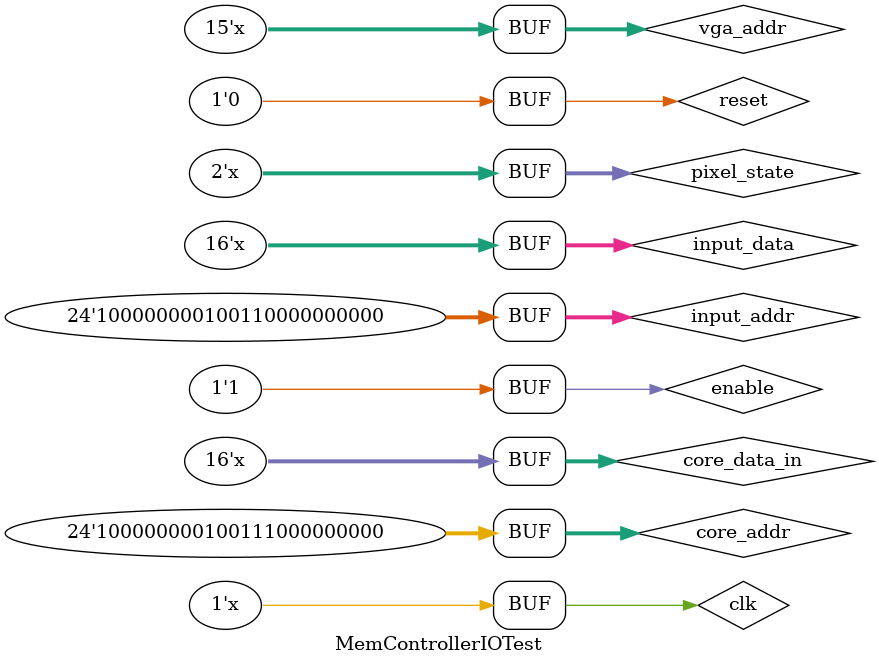
<source format=v>
`timescale 1ns / 1ps


module MemControllerIOTest;

	// Inputs
	reg enable;
	reg reset;
	reg clk;
	reg [23:0] core_addr;
	reg [15:0] core_data_in;
	reg [14:0] vga_addr;
	reg [1:0] pixel_state;
	reg [23:0] input_addr;
	reg [15:0] input_data;

	// Outputs
	wire [15:0] core_data_out;
	wire [15:0] vga_data_out;
	wire [23:0] output_addr;
	wire [15:0] output_data;

	// Instantiate the Unit Under Test (UUT)
	MemController uut (
		.enable(enable), 
		.reset(reset), 
		.clk(clk), 
		.core_addr(core_addr), 
		.core_data_in(core_data_in), 
		.core_data_out(core_data_out), 
		.vga_addr(vga_addr), 
		.vga_data_out(vga_data_out), 
		.pixel_state(pixel_state), 
		.input_addr(input_addr), 
		.input_data(input_data), 
		.output_addr(output_addr), 
		.output_data(output_data)
	);
	
	always #5 clk = ~clk;
	always #5 pixel_state = pixel_state + 1;
	always #5 input_data = input_data + 1;
	always #5 vga_addr = vga_addr + 1;
	always #5 core_data_in = core_data_in + 1;

	initial begin
		// Initialize Inputs
		enable = 0;
		reset = 0;
		clk = 0;
		core_addr = 0;
		core_data_in = 0;
		vga_addr = 0;
		pixel_state = 0;
		input_addr = 0;
		input_data = 0;

		// Wait 100 ns for global reset to finish
		#10;
		
		enable = 1;
		
		#50;
		
		// PORT A tests (VGA & input)
		input_addr = {1'b1, 23'd19456};
		
		// PORT B tests (core)
		core_addr = {24'd10};
		#50;
		core_addr = {1'b1, 23'd19968};
        
		// Add stimulus here

	end
      
endmodule


</source>
